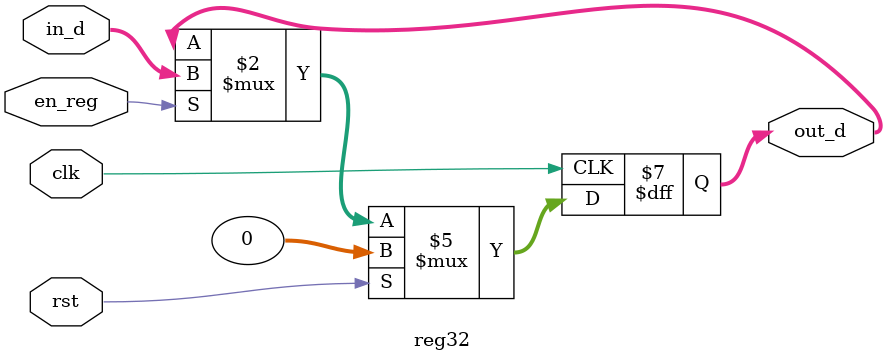
<source format=v>
/*
	Title: 32-Bit Register with Synchronous Reset
	Editor: Selene (Computer System and Architecture Lab, ICE, CYCU)
	
	Input Port
		1. clk
		2. rst: ­«¸m°T¸¹
		3. en_reg: ±±¨î¼È¦s¾¹¬O§_¥i¼g¤J
		4. in_d: ±ý¼g¤Jªº¼È¦s¾¹¸ê®Æ
	Output Port
		1. out_d: ©ÒÅª¨úªº¼È¦s¾¹¸ê®Æ
*/
module reg32 ( clk, rst, en_reg, in_d, out_d );
    input clk, rst, en_reg;
    input[31:0]	in_d;
    output[31:0] out_d;
    reg [31:0] out_d;
   
    always @( posedge clk ) begin
        if ( rst )
			out_d <= 32'b0;
        else if ( en_reg )
			out_d <= in_d;
    end

endmodule
	

</source>
